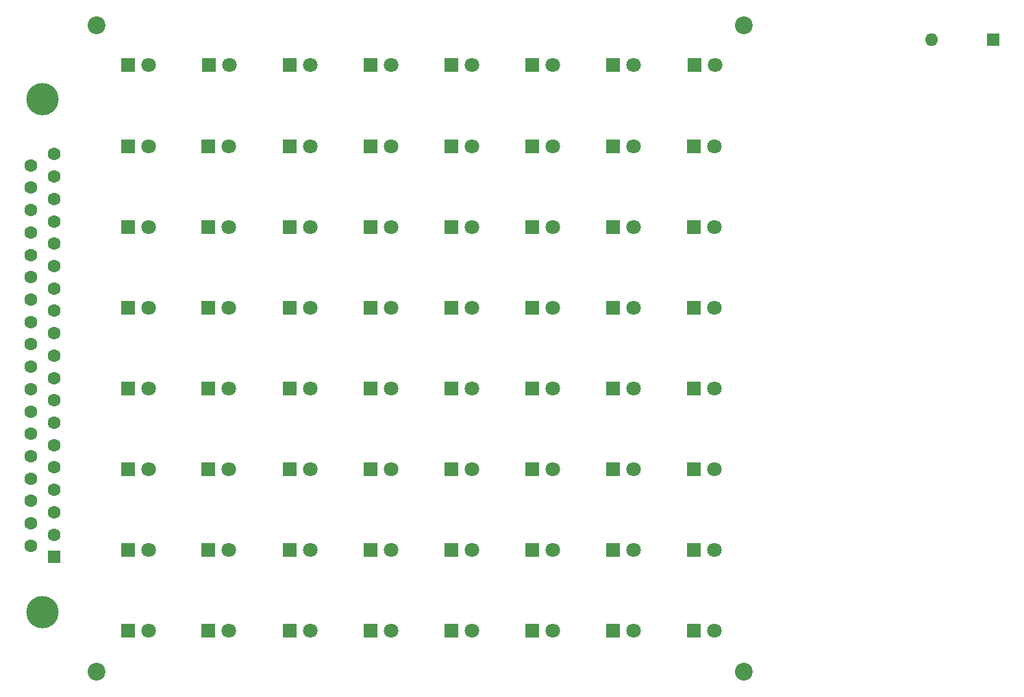
<source format=gbs>
G04 #@! TF.GenerationSoftware,KiCad,Pcbnew,7.0.5*
G04 #@! TF.CreationDate,2023-09-10T10:54:51+02:00*
G04 #@! TF.ProjectId,LED-Matrix,4c45442d-4d61-4747-9269-782e6b696361,rev?*
G04 #@! TF.SameCoordinates,Original*
G04 #@! TF.FileFunction,Soldermask,Bot*
G04 #@! TF.FilePolarity,Negative*
%FSLAX46Y46*%
G04 Gerber Fmt 4.6, Leading zero omitted, Abs format (unit mm)*
G04 Created by KiCad (PCBNEW 7.0.5) date 2023-09-10 10:54:51*
%MOMM*%
%LPD*%
G01*
G04 APERTURE LIST*
%ADD10R,1.800000X1.800000*%
%ADD11C,1.800000*%
%ADD12C,2.200000*%
%ADD13R,1.600000X1.600000*%
%ADD14O,1.600000X1.600000*%
%ADD15C,4.000000*%
%ADD16C,1.600000*%
G04 APERTURE END LIST*
D10*
X142000000Y-54000000D03*
D11*
X144540000Y-54000000D03*
D10*
X182000000Y-54000000D03*
D11*
X184540000Y-54000000D03*
D10*
X171965000Y-84000000D03*
D11*
X174505000Y-84000000D03*
D10*
X192000000Y-54000000D03*
D11*
X194540000Y-54000000D03*
D12*
X118115000Y-49035000D03*
D10*
X171965000Y-114000000D03*
D11*
X174505000Y-114000000D03*
D10*
X181965000Y-84000000D03*
D11*
X184505000Y-84000000D03*
D10*
X151965000Y-74000000D03*
D11*
X154505000Y-74000000D03*
D10*
X172000000Y-54000000D03*
D11*
X174540000Y-54000000D03*
D10*
X122000000Y-84000000D03*
D11*
X124540000Y-84000000D03*
D12*
X198115000Y-129035000D03*
D10*
X151965000Y-84000000D03*
D11*
X154505000Y-84000000D03*
D10*
X181965000Y-114000000D03*
D11*
X184505000Y-114000000D03*
D10*
X131965000Y-94000000D03*
D11*
X134505000Y-94000000D03*
D10*
X141965000Y-114000000D03*
D11*
X144505000Y-114000000D03*
D10*
X122000000Y-94000000D03*
D11*
X124540000Y-94000000D03*
D12*
X198115000Y-49035000D03*
D10*
X161965000Y-64000000D03*
D11*
X164505000Y-64000000D03*
D10*
X131965000Y-74000000D03*
D11*
X134505000Y-74000000D03*
D10*
X191965000Y-74000000D03*
D11*
X194505000Y-74000000D03*
D10*
X161965000Y-104000000D03*
D11*
X164505000Y-104000000D03*
D10*
X131965000Y-84000000D03*
D11*
X134505000Y-84000000D03*
D10*
X122000000Y-114000000D03*
D11*
X124540000Y-114000000D03*
D10*
X171965000Y-104000000D03*
D11*
X174505000Y-104000000D03*
D10*
X191965000Y-124000000D03*
D11*
X194505000Y-124000000D03*
D10*
X161965000Y-84000000D03*
D11*
X164505000Y-84000000D03*
D10*
X131965000Y-104000000D03*
D11*
X134505000Y-104000000D03*
D10*
X181965000Y-64000000D03*
D11*
X184505000Y-64000000D03*
D10*
X191965000Y-114000000D03*
D11*
X194505000Y-114000000D03*
D10*
X181965000Y-104000000D03*
D11*
X184505000Y-104000000D03*
D10*
X181965000Y-74000000D03*
D11*
X184505000Y-74000000D03*
D10*
X191965000Y-64000000D03*
D11*
X194505000Y-64000000D03*
D10*
X171965000Y-94000000D03*
D11*
X174505000Y-94000000D03*
D10*
X151965000Y-124000000D03*
D11*
X154505000Y-124000000D03*
D10*
X181965000Y-94000000D03*
D11*
X184505000Y-94000000D03*
D10*
X161965000Y-124000000D03*
D11*
X164505000Y-124000000D03*
D10*
X161965000Y-114000000D03*
D11*
X164505000Y-114000000D03*
D10*
X151965000Y-104000000D03*
D11*
X154505000Y-104000000D03*
D10*
X171965000Y-74000000D03*
D11*
X174505000Y-74000000D03*
D10*
X191965000Y-84000000D03*
D11*
X194505000Y-84000000D03*
D10*
X122000000Y-104000000D03*
D11*
X124540000Y-104000000D03*
D10*
X141965000Y-84000000D03*
D11*
X144505000Y-84000000D03*
D10*
X132000000Y-54000000D03*
D11*
X134540000Y-54000000D03*
D13*
X228967500Y-50800000D03*
D14*
X221347500Y-50800000D03*
D10*
X122060000Y-54000000D03*
D11*
X124600000Y-54000000D03*
D10*
X152000000Y-54000000D03*
D11*
X154540000Y-54000000D03*
D10*
X191965000Y-104000000D03*
D11*
X194505000Y-104000000D03*
D10*
X162000000Y-54000000D03*
D11*
X164540000Y-54000000D03*
D10*
X131965000Y-114000000D03*
D11*
X134505000Y-114000000D03*
D10*
X141965000Y-74000000D03*
D11*
X144505000Y-74000000D03*
D10*
X131965000Y-124000000D03*
D11*
X134505000Y-124000000D03*
D15*
X111420000Y-58175000D03*
X111420000Y-121675000D03*
D13*
X112840000Y-114855000D03*
D16*
X112840000Y-112085000D03*
X112840000Y-109315000D03*
X112840000Y-106545000D03*
X112840000Y-103775000D03*
X112840000Y-101005000D03*
X112840000Y-98235000D03*
X112840000Y-95465000D03*
X112840000Y-92695000D03*
X112840000Y-89925000D03*
X112840000Y-87155000D03*
X112840000Y-84385000D03*
X112840000Y-81615000D03*
X112840000Y-78845000D03*
X112840000Y-76075000D03*
X112840000Y-73305000D03*
X112840000Y-70535000D03*
X112840000Y-67765000D03*
X112840000Y-64995000D03*
X110000000Y-113470000D03*
X110000000Y-110700000D03*
X110000000Y-107930000D03*
X110000000Y-105160000D03*
X110000000Y-102390000D03*
X110000000Y-99620000D03*
X110000000Y-96850000D03*
X110000000Y-94080000D03*
X110000000Y-91310000D03*
X110000000Y-88540000D03*
X110000000Y-85770000D03*
X110000000Y-83000000D03*
X110000000Y-80230000D03*
X110000000Y-77460000D03*
X110000000Y-74690000D03*
X110000000Y-71920000D03*
X110000000Y-69150000D03*
X110000000Y-66380000D03*
D10*
X161965000Y-94000000D03*
D11*
X164505000Y-94000000D03*
D10*
X141965000Y-64000000D03*
D11*
X144505000Y-64000000D03*
D10*
X131965000Y-64000000D03*
D11*
X134505000Y-64000000D03*
D10*
X122000000Y-64000000D03*
D11*
X124540000Y-64000000D03*
D10*
X151965000Y-114000000D03*
D11*
X154505000Y-114000000D03*
D12*
X118115000Y-129035000D03*
D10*
X151965000Y-94000000D03*
D11*
X154505000Y-94000000D03*
D10*
X191965000Y-94000000D03*
D11*
X194505000Y-94000000D03*
D10*
X151965000Y-64000000D03*
D11*
X154505000Y-64000000D03*
D10*
X141965000Y-104000000D03*
D11*
X144505000Y-104000000D03*
D10*
X141965000Y-124000000D03*
D11*
X144505000Y-124000000D03*
D10*
X181965000Y-124000000D03*
D11*
X184505000Y-124000000D03*
D10*
X122000000Y-124000000D03*
D11*
X124540000Y-124000000D03*
D10*
X171965000Y-64000000D03*
D11*
X174505000Y-64000000D03*
D10*
X171965000Y-124000000D03*
D11*
X174505000Y-124000000D03*
D10*
X122000000Y-74000000D03*
D11*
X124540000Y-74000000D03*
D10*
X141965000Y-94000000D03*
D11*
X144505000Y-94000000D03*
D10*
X161965000Y-74000000D03*
D11*
X164505000Y-74000000D03*
M02*

</source>
